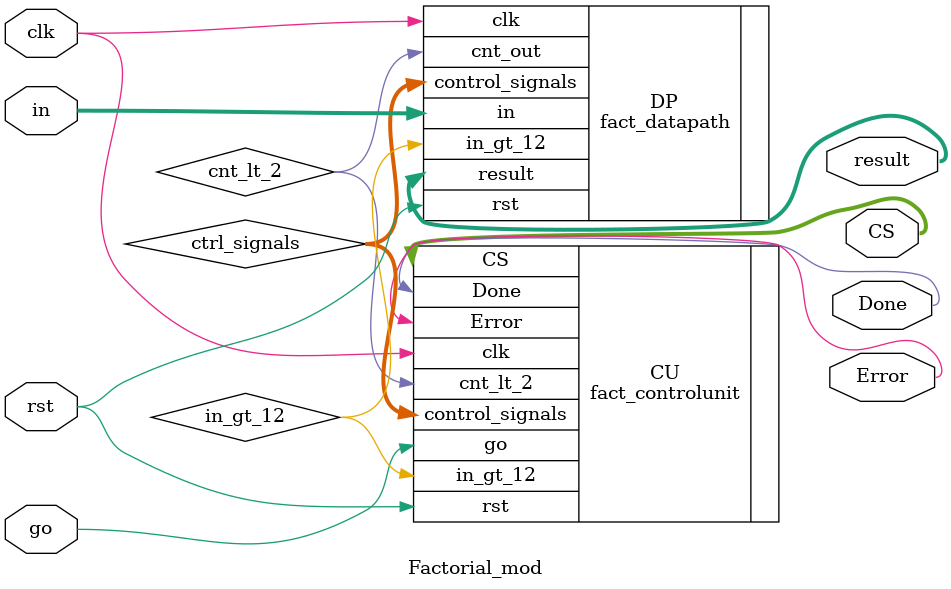
<source format=v>
`timescale 1ns / 1ps


module Factorial_mod(
    input  wire clk,                 /* 5 KHz clock */
    input  wire rst,
    input  wire go,
    input  wire [3:0] in,
    output wire Done,
    output wire Error,
    output wire [1:0] CS,
    output wire [31:0] result
    );
    
wire    cnt_lt_2, in_gt_12;
wire    [5:0] ctrl_signals;

fact_controlunit CU(
    .clk    (clk), 
    .rst    (rst),
    .go     (go),
    .Done   (Done),
    .Error  (Error),
    .CS     (CS),
    .cnt_lt_2   (cnt_lt_2),
    .in_gt_12   (in_gt_12),
    .control_signals    (ctrl_signals)
    );

fact_datapath DP(
    .clk    (clk),
    .rst    (rst),
    .in     (in),
    .control_signals    (ctrl_signals),
    .cnt_out    (cnt_lt_2),
    .in_gt_12   (in_gt_12),
    .result     (result)
    );

endmodule

</source>
